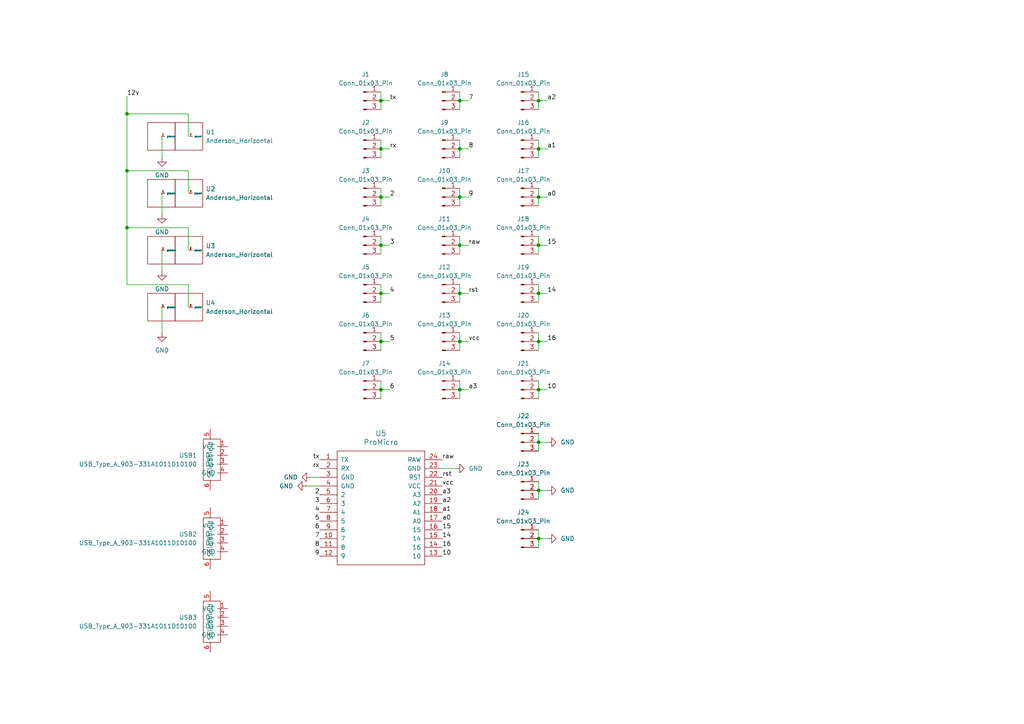
<source format=kicad_sch>
(kicad_sch (version 20230121) (generator eeschema)
  (paper "A4")
  (lib_symbols
    (symbol "Connector:Conn_01x03_Pin" (pin_names (offset 1.016) hide)
      (property "Reference" "J" (at 0 5.08 0))
      (property "Value" "Conn_01x03_Pin" (at 0 -5.08 0))
      (symbol "Conn_01x03_Pin_1_1"
        (polyline (pts (xy 1.27 -2.54) (xy 0.8636 -2.54)) (stroke (width 0.1524)))
        (polyline (pts (xy 1.27 0) (xy 0.8636 0)) (stroke (width 0.1524)))
        (polyline (pts (xy 1.27 2.54) (xy 0.8636 2.54)) (stroke (width 0.1524)))
        (rectangle (start 0.8636 -2.413) (end 0 -2.667) (stroke (width 0.1524)) (fill (type outline)))
        (rectangle (start 0.8636 0.127) (end 0 -0.127) (stroke (width 0.1524)) (fill (type outline)))
        (rectangle (start 0.8636 2.667) (end 0 2.413) (stroke (width 0.1524)) (fill (type outline)))
        (pin passive line (at 5.08 2.54 180) (length 3.81) (name "Pin_1") (number "1"))
        (pin passive line (at 5.08 0 180) (length 3.81) (name "Pin_2") (number "2"))
        (pin passive line (at 5.08 -2.54 180) (length 3.81) (name "Pin_3") (number "3"))
      )
    )
    (symbol "PiE_Symbols:Anderson_Horizontal"
      (property "Reference" "U" (at 0 4.54 0))
      (property "Value" "Anderson_Horizontal" (at 0 2 0))
      (symbol "Anderson_Horizontal_0_1"
        (rectangle (start 0 0) (end -8 -8))
        (rectangle (start 0 0) (end 8 -8))
      )
      (symbol "Anderson_Horizontal_1_1"
        (pin passive line (at -4 -4 0) (length 1) (name "ground") (number "1"))
        (pin passive line (at 4 -4 0) (length 1) (name "power") (number "2"))
      )
    )
    (symbol "PiE_Symbols:ProMicro" (pin_names (offset 1.016))
      (property "Reference" "U" (at 0 24.13 0))
      (property "Value" "ProMicro" (at 0 -13.97 0))
      (symbol "ProMicro_0_1"
        (rectangle (start -12.7 21.59) (end 12.7 -11.43))
      )
      (symbol "ProMicro_1_1"
        (pin bidirectional line (at -17.78 19.05 0) (length 5.08) (name "TX") (number "1"))
        (pin bidirectional line (at -17.78 -3.81 0) (length 5.08) (name "7") (number "10"))
        (pin bidirectional line (at -17.78 -6.35 0) (length 5.08) (name "8") (number "11"))
        (pin bidirectional line (at -17.78 -8.89 0) (length 5.08) (name "9") (number "12"))
        (pin bidirectional line (at 17.78 -8.89 180) (length 5.08) (name "10") (number "13"))
        (pin bidirectional line (at 17.78 -6.35 180) (length 5.08) (name "16") (number "14"))
        (pin bidirectional line (at 17.78 -3.81 180) (length 5.08) (name "14") (number "15"))
        (pin bidirectional line (at 17.78 -1.27 180) (length 5.08) (name "15") (number "16"))
        (pin bidirectional line (at 17.78 1.27 180) (length 5.08) (name "A0") (number "17"))
        (pin bidirectional line (at 17.78 3.81 180) (length 5.08) (name "A1") (number "18"))
        (pin bidirectional line (at 17.78 6.35 180) (length 5.08) (name "A2") (number "19"))
        (pin bidirectional line (at -17.78 16.51 0) (length 5.08) (name "RX") (number "2"))
        (pin bidirectional line (at 17.78 8.89 180) (length 5.08) (name "A3") (number "20"))
        (pin power_in line (at 17.78 11.43 180) (length 5.08) (name "VCC") (number "21"))
        (pin input line (at 17.78 13.97 180) (length 5.08) (name "RST") (number "22"))
        (pin power_in line (at 17.78 16.51 180) (length 5.08) (name "GND") (number "23"))
        (pin power_out line (at 17.78 19.05 180) (length 5.08) (name "RAW") (number "24"))
        (pin power_in line (at -17.78 13.97 0) (length 5.08) (name "GND") (number "3"))
        (pin power_in line (at -17.78 11.43 0) (length 5.08) (name "GND") (number "4"))
        (pin bidirectional line (at -17.78 8.89 0) (length 5.08) (name "2") (number "5"))
        (pin bidirectional line (at -17.78 6.35 0) (length 5.08) (name "3") (number "6"))
        (pin bidirectional line (at -17.78 3.81 0) (length 5.08) (name "4") (number "7"))
        (pin bidirectional line (at -17.78 1.27 0) (length 5.08) (name "5") (number "8"))
        (pin bidirectional line (at -17.78 -1.27 0) (length 5.08) (name "6") (number "9"))
      )
    )
    (symbol "PiE_Symbols:USB_Type_A_903-331A1011D10100"
      (property "Reference" "USB" (at 0 10 0))
      (property "Value" "USB_Type_A_903-331A1011D10100" (at 1 12 0))
      (symbol "USB_Type_A_903-331A1011D10100_0_1"
        (rectangle (start -6 2) (end 6 -3))
      )
      (symbol "USB_Type_A_903-331A1011D10100_1_1"
        (pin passive line (at 3.81 -5.08 90) (length 3) (name "VCC") (number "1"))
        (pin passive line (at 1.27 -5.08 90) (length 3) (name "D-") (number "2"))
        (pin passive line (at -1.27 -5.08 90) (length 3) (name "D+") (number "3"))
        (pin passive line (at -3.81 -5.08 90) (length 3) (name "GND") (number "4"))
        (pin passive line (at 8.89 0 180) (length 3) (name "Shield") (number "5"))
        (pin passive line (at -8.89 0 0) (length 3) (name "Shield") (number "6"))
      )
    )
    (symbol "power:GND" (power) (pin_names (offset 0))
      (property "Value" "GND" (at 0 -3.81 0))
      (symbol "GND_0_1"
        (polyline (pts (xy 0 0) (xy 0 -1.27) (xy 1.27 -1.27) (xy 0 -2.54) (xy -1.27 -1.27) (xy 0 -1.27)))
      )
      (symbol "GND_1_1"
        (pin power_in line (at 0 0 270) (length 0) hide (name "GND") (number "1"))
      )
    )
  )
  (junction (at 156.21 57.15))
  (junction (at 36.83 33.02))
  (junction (at 36.83 49.53))
  (junction (at 156.21 128.27))
  (junction (at 110.49 113.03))
  (junction (at 110.49 85.09))
  (junction (at 156.21 156.21))
  (junction (at 110.49 99.06))
  (junction (at 133.35 85.09))
  (junction (at 133.35 113.03))
  (junction (at 110.49 57.15))
  (junction (at 156.21 99.06))
  (junction (at 36.83 66.04))
  (junction (at 156.21 142.24))
  (junction (at 156.21 29.21))
  (junction (at 133.35 71.12))
  (junction (at 156.21 113.03))
  (junction (at 110.49 29.21))
  (junction (at 156.21 43.18))
  (junction (at 110.49 43.18))
  (junction (at 110.49 71.12))
  (junction (at 133.35 43.18))
  (junction (at 156.21 85.09))
  (junction (at 133.35 57.15))
  (junction (at 133.35 29.21))
  (junction (at 133.35 99.06))
  (junction (at 156.21 71.12))
  (wire (pts (xy 128.27 135.89) (xy 132.08 135.89)))
  (wire (pts (xy 133.35 68.58) (xy 133.35 71.12)))
  (wire (pts (xy 46.99 72.39) (xy 46.99 78.74)))
  (wire (pts (xy 156.21 99.06) (xy 156.21 101.6)))
  (wire (pts (xy 110.49 40.64) (xy 110.49 43.18)))
  (wire (pts (xy 156.21 57.15) (xy 158.75 57.15)))
  (wire (pts (xy 133.35 40.64) (xy 133.35 43.18)))
  (wire (pts (xy 156.21 71.12) (xy 158.75 71.12)))
  (wire (pts (xy 110.49 99.06) (xy 110.49 101.6)))
  (wire (pts (xy 110.49 26.67) (xy 110.49 29.21)))
  (wire (pts (xy 46.99 88.9) (xy 46.99 96.52)))
  (wire (pts (xy 46.99 39.37) (xy 46.99 45.72)))
  (wire (pts (xy 156.21 142.24) (xy 158.75 142.24)))
  (wire (pts (xy 110.49 113.03) (xy 113.03 113.03)))
  (wire (pts (xy 110.49 29.21) (xy 113.03 29.21)))
  (wire (pts (xy 54.61 66.04) (xy 36.83 66.04)))
  (wire (pts (xy 110.49 43.18) (xy 110.49 45.72)))
  (wire (pts (xy 133.35 113.03) (xy 133.35 115.57)))
  (wire (pts (xy 133.35 110.49) (xy 133.35 113.03)))
  (wire (pts (xy 133.35 57.15) (xy 133.35 59.69)))
  (wire (pts (xy 133.35 54.61) (xy 133.35 57.15)))
  (wire (pts (xy 110.49 43.18) (xy 113.03 43.18)))
  (wire (pts (xy 133.35 96.52) (xy 133.35 99.06)))
  (wire (pts (xy 156.21 128.27) (xy 158.75 128.27)))
  (wire (pts (xy 156.21 68.58) (xy 156.21 71.12)))
  (wire (pts (xy 54.61 82.55) (xy 36.83 82.55)))
  (wire (pts (xy 133.35 43.18) (xy 135.89 43.18)))
  (wire (pts (xy 133.35 71.12) (xy 133.35 73.66)))
  (wire (pts (xy 110.49 82.55) (xy 110.49 85.09)))
  (wire (pts (xy 110.49 85.09) (xy 110.49 87.63)))
  (wire (pts (xy 156.21 96.52) (xy 156.21 99.06)))
  (wire (pts (xy 133.35 43.18) (xy 133.35 45.72)))
  (wire (pts (xy 156.21 113.03) (xy 156.21 115.57)))
  (wire (pts (xy 36.83 66.04) (xy 36.83 82.55)))
  (wire (pts (xy 133.35 113.03) (xy 135.89 113.03)))
  (wire (pts (xy 156.21 156.21) (xy 158.75 156.21)))
  (wire (pts (xy 54.61 49.53) (xy 36.83 49.53)))
  (wire (pts (xy 156.21 71.12) (xy 156.21 73.66)))
  (wire (pts (xy 156.21 29.21) (xy 158.75 29.21)))
  (wire (pts (xy 156.21 26.67) (xy 156.21 29.21)))
  (wire (pts (xy 110.49 99.06) (xy 113.03 99.06)))
  (wire (pts (xy 36.83 49.53) (xy 36.83 66.04)))
  (wire (pts (xy 156.21 43.18) (xy 156.21 45.72)))
  (wire (pts (xy 110.49 96.52) (xy 110.49 99.06)))
  (wire (pts (xy 156.21 40.64) (xy 156.21 43.18)))
  (wire (pts (xy 156.21 29.21) (xy 156.21 31.75)))
  (wire (pts (xy 46.99 55.88) (xy 46.99 62.23)))
  (wire (pts (xy 156.21 142.24) (xy 156.21 144.78)))
  (wire (pts (xy 110.49 57.15) (xy 110.49 59.69)))
  (wire (pts (xy 156.21 113.03) (xy 158.75 113.03)))
  (wire (pts (xy 156.21 43.18) (xy 158.75 43.18)))
  (wire (pts (xy 54.61 33.02) (xy 54.61 39.37)))
  (wire (pts (xy 110.49 85.09) (xy 113.03 85.09)))
  (wire (pts (xy 133.35 26.67) (xy 133.35 29.21)))
  (wire (pts (xy 133.35 82.55) (xy 133.35 85.09)))
  (wire (pts (xy 156.21 139.7) (xy 156.21 142.24)))
  (wire (pts (xy 110.49 71.12) (xy 113.03 71.12)))
  (wire (pts (xy 133.35 57.15) (xy 135.89 57.15)))
  (wire (pts (xy 133.35 29.21) (xy 133.35 31.75)))
  (wire (pts (xy 156.21 85.09) (xy 158.75 85.09)))
  (wire (pts (xy 133.35 85.09) (xy 133.35 87.63)))
  (wire (pts (xy 156.21 110.49) (xy 156.21 113.03)))
  (wire (pts (xy 133.35 71.12) (xy 135.89 71.12)))
  (wire (pts (xy 110.49 110.49) (xy 110.49 113.03)))
  (wire (pts (xy 110.49 57.15) (xy 113.03 57.15)))
  (wire (pts (xy 54.61 72.39) (xy 54.61 66.04)))
  (wire (pts (xy 110.49 29.21) (xy 110.49 31.75)))
  (wire (pts (xy 110.49 68.58) (xy 110.49 71.12)))
  (wire (pts (xy 88.9 140.97) (xy 92.71 140.97)))
  (wire (pts (xy 156.21 99.06) (xy 158.75 99.06)))
  (wire (pts (xy 110.49 71.12) (xy 110.49 73.66)))
  (wire (pts (xy 133.35 99.06) (xy 133.35 101.6)))
  (wire (pts (xy 156.21 153.67) (xy 156.21 156.21)))
  (wire (pts (xy 133.35 85.09) (xy 135.89 85.09)))
  (wire (pts (xy 36.83 33.02) (xy 36.83 49.53)))
  (wire (pts (xy 54.61 55.88) (xy 54.61 49.53)))
  (wire (pts (xy 133.35 29.21) (xy 135.89 29.21)))
  (wire (pts (xy 156.21 128.27) (xy 156.21 130.81)))
  (wire (pts (xy 133.35 99.06) (xy 135.89 99.06)))
  (wire (pts (xy 110.49 54.61) (xy 110.49 57.15)))
  (wire (pts (xy 156.21 156.21) (xy 156.21 158.75)))
  (wire (pts (xy 90.17 138.43) (xy 92.71 138.43)))
  (wire (pts (xy 110.49 113.03) (xy 110.49 115.57)))
  (wire (pts (xy 156.21 57.15) (xy 156.21 59.69)))
  (wire (pts (xy 36.83 27.94) (xy 36.83 33.02)))
  (wire (pts (xy 156.21 82.55) (xy 156.21 85.09)))
  (wire (pts (xy 156.21 54.61) (xy 156.21 57.15)))
  (wire (pts (xy 156.21 125.73) (xy 156.21 128.27)))
  (wire (pts (xy 36.83 33.02) (xy 54.61 33.02)))
  (wire (pts (xy 54.61 88.9) (xy 54.61 82.55)))
  (wire (pts (xy 156.21 85.09) (xy 156.21 87.63)))
  (label "vcc" (at 128.27 140.97 0))
  (label "raw" (at 135.89 71.12 0))
  (label "14" (at 158.75 85.09 0))
  (label "12v" (at 36.83 27.94 0))
  (label "7" (at 135.89 29.21 0))
  (label "6" (at 92.71 153.67 180))
  (label "10" (at 158.75 113.03 0))
  (label "rst" (at 128.27 138.43 0))
  (label "16" (at 158.75 99.06 0))
  (label "rx" (at 92.71 135.89 180))
  (label "a2" (at 128.27 146.05 0))
  (label "9" (at 92.71 161.29 180))
  (label "a3" (at 135.89 113.03 0))
  (label "15" (at 128.27 153.67 0))
  (label "a0" (at 158.75 57.15 0))
  (label "2" (at 113.03 57.15 0))
  (label "6" (at 113.03 113.03 0))
  (label "3" (at 113.03 71.12 0))
  (label "a1" (at 128.27 148.59 0))
  (label "8" (at 135.89 43.18 0))
  (label "3" (at 92.71 146.05 180))
  (label "9" (at 135.89 57.15 0))
  (label "16" (at 128.27 158.75 0))
  (label "a0" (at 128.27 151.13 0))
  (label "5" (at 92.71 151.13 180))
  (label "4" (at 113.03 85.09 0))
  (label "tx" (at 92.71 133.35 180))
  (label "15" (at 158.75 71.12 0))
  (label "10" (at 128.27 161.29 0))
  (label "8" (at 92.71 158.75 180))
  (label "5" (at 113.03 99.06 0))
  (label "tx" (at 113.03 29.21 0))
  (label "rx" (at 113.03 43.18 0))
  (label "raw" (at 128.27 133.35 0))
  (label "vcc" (at 135.89 99.06 0))
  (label "rst" (at 135.89 85.09 0))
  (label "a1" (at 158.75 43.18 0))
  (label "a2" (at 158.75 29.21 0))
  (label "2" (at 92.71 143.51 180))
  (label "7" (at 92.71 156.21 180))
  (label "4" (at 92.71 148.59 180))
  (label "14" (at 128.27 156.21 0))
  (label "a3" (at 128.27 143.51 0))
  (symbol (lib_id "Connector:Conn_01x03_Pin") (at 151.13 43.18 0) (unit 1)
    (property "Reference" "J16" (at 151.765 35.56 0))
    (property "Value" "Conn_01x03_Pin" (at 151.765 38.1 0))
  )
  (symbol (lib_id "power:GND") (at 90.17 138.43 270) (unit 1)
    (property "Reference" "#PWR05" (effects hide))
    (property "Value" "GND" (at 86.36 138.43 90) (effects (justify right)))
  )
  (symbol (lib_id "Connector:Conn_01x03_Pin") (at 151.13 128.27 0) (unit 1)
    (property "Reference" "J22" (at 151.765 120.65 0))
    (property "Value" "Conn_01x03_Pin" (at 151.765 123.19 0))
  )
  (symbol (lib_id "power:GND") (at 158.75 128.27 90) (unit 1)
    (property "Reference" "#PWR08" (effects hide))
    (property "Value" "GND" (at 162.56 128.27 90) (effects (justify right)))
  )
  (symbol (lib_id "Connector:Conn_01x03_Pin") (at 105.41 85.09 0) (unit 1)
    (property "Reference" "J5" (at 106.045 77.47 0))
    (property "Value" "Conn_01x03_Pin" (at 106.045 80.01 0))
  )
  (symbol (lib_id "PiE_Symbols:USB_Type_A_903-331A1011D10100") (at 60.96 133.35 90) (unit 1)
    (property "Reference" "USB1" (at 57.15 132.08 90) (effects (justify left)))
    (property "Value" "USB_Type_A_903-331A1011D10100" (at 57.15 134.62 90) (effects (justify left)))
  )
  (symbol (lib_id "power:GND") (at 132.08 135.89 90) (unit 1)
    (property "Reference" "#PWR07" (effects hide))
    (property "Value" "GND" (at 135.89 135.89 90) (effects (justify right)))
  )
  (symbol (lib_id "PiE_Symbols:Anderson_Horizontal") (at 50.8 85.09 0) (unit 1)
    (property "Reference" "U4" (at 59.69 87.82 0) (effects (justify left)))
    (property "Value" "Anderson_Horizontal" (at 59.69 90.36 0) (effects (justify left)))
  )
  (symbol (lib_id "PiE_Symbols:ProMicro") (at 110.49 152.4 0) (unit 1)
    (property "Reference" "U5" (at 110.49 125.73 0) (effects (font (size 1.524 1.524))))
    (property "Value" "ProMicro" (at 110.49 128.27 0) (effects (font (size 1.524 1.524))))
  )
  (symbol (lib_id "Connector:Conn_01x03_Pin") (at 128.27 113.03 0) (unit 1)
    (property "Reference" "J14" (at 128.905 105.41 0))
    (property "Value" "Conn_01x03_Pin" (at 128.905 107.95 0))
  )
  (symbol (lib_id "PiE_Symbols:Anderson_Horizontal") (at 50.8 68.58 0) (unit 1)
    (property "Reference" "U3" (at 59.69 71.31 0) (effects (justify left)))
    (property "Value" "Anderson_Horizontal" (at 59.69 73.85 0) (effects (justify left)))
  )
  (symbol (lib_id "PiE_Symbols:Anderson_Horizontal") (at 50.8 52.07 0) (unit 1)
    (property "Reference" "U2" (at 59.69 54.8 0) (effects (justify left)))
    (property "Value" "Anderson_Horizontal" (at 59.69 57.34 0) (effects (justify left)))
  )
  (symbol (lib_id "Connector:Conn_01x03_Pin") (at 151.13 99.06 0) (unit 1)
    (property "Reference" "J20" (at 151.765 91.44 0))
    (property "Value" "Conn_01x03_Pin" (at 151.765 93.98 0))
  )
  (symbol (lib_id "Connector:Conn_01x03_Pin") (at 105.41 113.03 0) (unit 1)
    (property "Reference" "J7" (at 106.045 105.41 0))
    (property "Value" "Conn_01x03_Pin" (at 106.045 107.95 0))
  )
  (symbol (lib_id "power:GND") (at 46.99 45.72 0) (unit 1)
    (property "Reference" "#PWR01" (effects hide))
    (property "Value" "GND" (at 46.99 50.8 0))
  )
  (symbol (lib_id "power:GND") (at 46.99 62.23 0) (unit 1)
    (property "Reference" "#PWR02" (effects hide))
    (property "Value" "GND" (at 46.99 67.31 0))
  )
  (symbol (lib_id "Connector:Conn_01x03_Pin") (at 105.41 57.15 0) (unit 1)
    (property "Reference" "J3" (at 106.045 49.53 0))
    (property "Value" "Conn_01x03_Pin" (at 106.045 52.07 0))
  )
  (symbol (lib_id "power:GND") (at 46.99 78.74 0) (unit 1)
    (property "Reference" "#PWR03" (effects hide))
    (property "Value" "GND" (at 46.99 83.82 0))
  )
  (symbol (lib_id "Connector:Conn_01x03_Pin") (at 151.13 57.15 0) (unit 1)
    (property "Reference" "J17" (at 151.765 49.53 0))
    (property "Value" "Conn_01x03_Pin" (at 151.765 52.07 0))
  )
  (symbol (lib_id "PiE_Symbols:Anderson_Horizontal") (at 50.8 35.56 0) (unit 1)
    (property "Reference" "U1" (at 59.69 38.29 0) (effects (justify left)))
    (property "Value" "Anderson_Horizontal" (at 59.69 40.83 0) (effects (justify left)))
  )
  (symbol (lib_id "Connector:Conn_01x03_Pin") (at 151.13 85.09 0) (unit 1)
    (property "Reference" "J19" (at 151.765 77.47 0))
    (property "Value" "Conn_01x03_Pin" (at 151.765 80.01 0))
  )
  (symbol (lib_id "Connector:Conn_01x03_Pin") (at 128.27 29.21 0) (unit 1)
    (property "Reference" "J8" (at 128.905 21.59 0))
    (property "Value" "Conn_01x03_Pin" (at 128.905 24.13 0))
  )
  (symbol (lib_id "Connector:Conn_01x03_Pin") (at 151.13 29.21 0) (unit 1)
    (property "Reference" "J15" (at 151.765 21.59 0))
    (property "Value" "Conn_01x03_Pin" (at 151.765 24.13 0))
  )
  (symbol (lib_id "Connector:Conn_01x03_Pin") (at 105.41 29.21 0) (unit 1)
    (property "Reference" "J1" (at 106.045 21.59 0))
    (property "Value" "Conn_01x03_Pin" (at 106.045 24.13 0))
  )
  (symbol (lib_id "power:GND") (at 46.99 96.52 0) (unit 1)
    (property "Reference" "#PWR04" (effects hide))
    (property "Value" "GND" (at 46.99 101.6 0))
  )
  (symbol (lib_id "power:GND") (at 158.75 142.24 90) (unit 1)
    (property "Reference" "#PWR09" (effects hide))
    (property "Value" "GND" (at 162.56 142.24 90) (effects (justify right)))
  )
  (symbol (lib_id "PiE_Symbols:USB_Type_A_903-331A1011D10100") (at 60.96 180.34 90) (unit 1)
    (property "Reference" "USB3" (at 57.15 179.07 90) (effects (justify left)))
    (property "Value" "USB_Type_A_903-331A1011D10100" (at 57.15 181.61 90) (effects (justify left)))
  )
  (symbol (lib_id "Connector:Conn_01x03_Pin") (at 128.27 85.09 0) (unit 1)
    (property "Reference" "J12" (at 128.905 77.47 0))
    (property "Value" "Conn_01x03_Pin" (at 128.905 80.01 0))
  )
  (symbol (lib_id "Connector:Conn_01x03_Pin") (at 151.13 71.12 0) (unit 1)
    (property "Reference" "J18" (at 151.765 63.5 0))
    (property "Value" "Conn_01x03_Pin" (at 151.765 66.04 0))
  )
  (symbol (lib_id "Connector:Conn_01x03_Pin") (at 128.27 99.06 0) (unit 1)
    (property "Reference" "J13" (at 128.905 91.44 0))
    (property "Value" "Conn_01x03_Pin" (at 128.905 93.98 0))
  )
  (symbol (lib_id "Connector:Conn_01x03_Pin") (at 105.41 71.12 0) (unit 1)
    (property "Reference" "J4" (at 106.045 63.5 0))
    (property "Value" "Conn_01x03_Pin" (at 106.045 66.04 0))
  )
  (symbol (lib_id "Connector:Conn_01x03_Pin") (at 151.13 113.03 0) (unit 1)
    (property "Reference" "J21" (at 151.765 105.41 0))
    (property "Value" "Conn_01x03_Pin" (at 151.765 107.95 0))
  )
  (symbol (lib_id "PiE_Symbols:USB_Type_A_903-331A1011D10100") (at 60.96 156.21 90) (unit 1)
    (property "Reference" "USB2" (at 57.15 154.94 90) (effects (justify left)))
    (property "Value" "USB_Type_A_903-331A1011D10100" (at 57.15 157.48 90) (effects (justify left)))
  )
  (symbol (lib_id "Connector:Conn_01x03_Pin") (at 151.13 156.21 0) (unit 1)
    (property "Reference" "J24" (at 151.765 148.59 0))
    (property "Value" "Conn_01x03_Pin" (at 151.765 151.13 0))
  )
  (symbol (lib_id "Connector:Conn_01x03_Pin") (at 105.41 99.06 0) (unit 1)
    (property "Reference" "J6" (at 106.045 91.44 0))
    (property "Value" "Conn_01x03_Pin" (at 106.045 93.98 0))
  )
  (symbol (lib_id "Connector:Conn_01x03_Pin") (at 128.27 43.18 0) (unit 1)
    (property "Reference" "J9" (at 128.905 35.56 0))
    (property "Value" "Conn_01x03_Pin" (at 128.905 38.1 0))
  )
  (symbol (lib_id "Connector:Conn_01x03_Pin") (at 151.13 142.24 0) (unit 1)
    (property "Reference" "J23" (at 151.765 134.62 0))
    (property "Value" "Conn_01x03_Pin" (at 151.765 137.16 0))
  )
  (symbol (lib_id "Connector:Conn_01x03_Pin") (at 128.27 57.15 0) (unit 1)
    (property "Reference" "J10" (at 128.905 49.53 0))
    (property "Value" "Conn_01x03_Pin" (at 128.905 52.07 0))
  )
  (symbol (lib_id "power:GND") (at 158.75 156.21 90) (unit 1)
    (property "Reference" "#PWR010" (effects hide))
    (property "Value" "GND" (at 162.56 156.21 90) (effects (justify right)))
  )
  (symbol (lib_id "power:GND") (at 88.9 140.97 270) (unit 1)
    (property "Reference" "#PWR06" (effects hide))
    (property "Value" "GND" (at 85.09 140.97 90) (effects (justify right)))
  )
  (symbol (lib_id "Connector:Conn_01x03_Pin") (at 105.41 43.18 0) (unit 1)
    (property "Reference" "J2" (at 106.045 35.56 0))
    (property "Value" "Conn_01x03_Pin" (at 106.045 38.1 0))
  )
  (symbol (lib_id "Connector:Conn_01x03_Pin") (at 128.27 71.12 0) (unit 1)
    (property "Reference" "J11" (at 128.905 63.5 0))
    (property "Value" "Conn_01x03_Pin" (at 128.905 66.04 0))
  )
)
</source>
